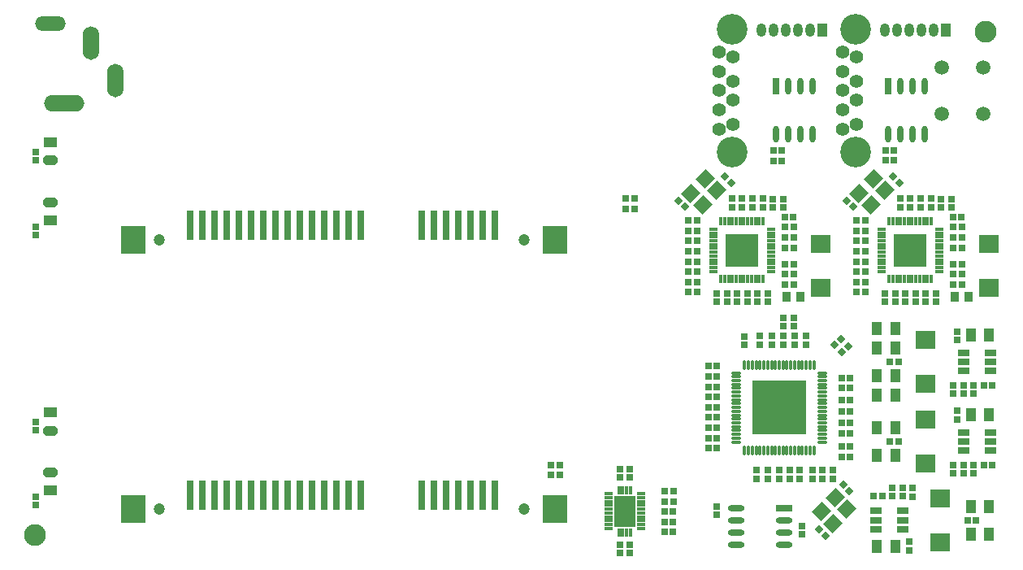
<source format=gbr>
%TF.GenerationSoftware,Altium Limited,Altium Designer,24.0.1 (36)*%
G04 Layer_Color=16711935*
%FSLAX45Y45*%
%MOMM*%
%TF.SameCoordinates,AAAF7447-B715-4BC7-9B32-5AEFA729C21C*%
%TF.FilePolarity,Negative*%
%TF.FileFunction,Soldermask,Bot*%
%TF.Part,Single*%
G01*
G75*
%TA.AperFunction,SMDPad,CuDef*%
%ADD81C,2.27000*%
%ADD84R,0.70320X0.70320*%
%ADD85R,1.09220X1.47320*%
%ADD86R,2.12321X1.92720*%
%ADD87R,0.70320X0.70320*%
%ADD88R,1.20320X0.65320*%
%ADD98R,0.70320X1.70320*%
%ADD99O,0.70320X1.70320*%
%TA.AperFunction,ComponentPad*%
%ADD100O,3.20319X1.50320*%
%ADD101O,1.70320X3.50319*%
%ADD102O,4.20319X1.70320*%
%ADD103C,3.20294*%
%ADD104C,1.40208*%
%ADD105C,1.50320*%
%ADD106C,1.20320*%
%TA.AperFunction,SMDPad,CuDef*%
G04:AMPARAMS|DCode=107|XSize=1.4732mm|YSize=1.0922mm|CornerRadius=0mm|HoleSize=0mm|Usage=FLASHONLY|Rotation=0.000|XOffset=0mm|YOffset=0mm|HoleType=Round|Shape=Octagon|*
%AMOCTAGOND107*
4,1,8,0.73660,-0.27305,0.73660,0.27305,0.46355,0.54610,-0.46355,0.54610,-0.73660,0.27305,-0.73660,-0.27305,-0.46355,-0.54610,0.46355,-0.54610,0.73660,-0.27305,0.0*
%
%ADD107OCTAGOND107*%

%ADD108R,1.47320X1.09220*%
%ADD109O,1.00320X1.40320*%
%ADD110R,1.00320X1.40320*%
%ADD111O,1.70320X0.70320*%
%ADD112R,1.70320X0.70320*%
%ADD113P,0.99447X4X270.0*%
%ADD114R,3.50320X3.50320*%
%ADD115O,0.90320X0.40320*%
%ADD116O,0.40320X0.90320*%
%ADD117O,1.00320X0.40320*%
%ADD118O,0.40320X1.00320*%
%ADD119R,5.70320X5.70320*%
G04:AMPARAMS|DCode=120|XSize=1.5032mm|YSize=1.4032mm|CornerRadius=0mm|HoleSize=0mm|Usage=FLASHONLY|Rotation=45.000|XOffset=0mm|YOffset=0mm|HoleType=Round|Shape=Rectangle|*
%AMROTATEDRECTD120*
4,1,4,-0.03535,-1.02757,-1.02757,-0.03535,0.03535,1.02757,1.02757,0.03535,-0.03535,-1.02757,0.0*
%
%ADD120ROTATEDRECTD120*%

%ADD121P,0.99447X4X180.0*%
%ADD122R,0.95320X1.05320*%
%ADD123R,0.40320X0.90322*%
%ADD124R,0.90320X0.40320*%
%ADD125R,2.20320X3.20319*%
%ADD126R,2.60320X3.00320*%
%ADD127R,0.80320X3.10320*%
D81*
X322580Y3390900D02*
D03*
X10228580Y8630920D02*
D03*
D84*
X6477718Y6789420D02*
D03*
X6567718D02*
D03*
X7125418Y6240780D02*
D03*
X7215418D02*
D03*
X8878018Y6134100D02*
D03*
Y6240780D02*
D03*
X8968018Y6347460D02*
D03*
X8878018D02*
D03*
X8968018Y6240780D02*
D03*
Y6134100D02*
D03*
Y5920740D02*
D03*
X8878018D02*
D03*
X8968018Y6027420D02*
D03*
X8878018D02*
D03*
X8878025Y6560820D02*
D03*
X8968025D02*
D03*
X8878025Y6454140D02*
D03*
X8968025D02*
D03*
X7215418Y6667500D02*
D03*
X7125418D02*
D03*
X7215418Y5920740D02*
D03*
X7125418D02*
D03*
X8133087Y6215380D02*
D03*
X8223087D02*
D03*
X7125418Y6347460D02*
D03*
X7215418D02*
D03*
X8223087Y6385560D02*
D03*
X8133087D02*
D03*
X8223087Y6108700D02*
D03*
X8133087D02*
D03*
X8223087Y6598920D02*
D03*
X8133087D02*
D03*
X8220262Y6705600D02*
D03*
X8135262D02*
D03*
X8223080Y6002020D02*
D03*
X8133080D02*
D03*
X7125418Y6027420D02*
D03*
X7215418D02*
D03*
X7424420Y4297680D02*
D03*
X7334420D02*
D03*
X6881578Y3850640D02*
D03*
X6971578D02*
D03*
X6881898Y3743960D02*
D03*
X6971898D02*
D03*
X6969080Y3423920D02*
D03*
X6884080D02*
D03*
X6969723Y3530600D02*
D03*
X6884723D02*
D03*
X6969080Y3637280D02*
D03*
X6884080D02*
D03*
X7334420Y4617720D02*
D03*
X7424420D02*
D03*
X10126065Y3548380D02*
D03*
X10036065D02*
D03*
X9148358Y3797300D02*
D03*
X9058358D02*
D03*
X9228735Y5196840D02*
D03*
X9318735D02*
D03*
X8013700Y7289800D02*
D03*
X8098700D02*
D03*
X9187180Y7399020D02*
D03*
X9272180D02*
D03*
X8098700D02*
D03*
X8013700D02*
D03*
X9187180Y7292340D02*
D03*
X9272180D02*
D03*
X9228735Y4368800D02*
D03*
X9318735D02*
D03*
X10206442Y4119880D02*
D03*
X10296442D02*
D03*
X10206442Y4947920D02*
D03*
X10296442D02*
D03*
X7215425Y6454140D02*
D03*
X7125425D02*
D03*
X7215425Y6560820D02*
D03*
X7125425D02*
D03*
X9975687Y6385560D02*
D03*
X9885687D02*
D03*
X8968018Y6667500D02*
D03*
X8878018D02*
D03*
X9972862Y6705600D02*
D03*
X9887862D02*
D03*
X9975687Y6598920D02*
D03*
X9885687D02*
D03*
X9975680Y6002020D02*
D03*
X9885680D02*
D03*
X9885687Y6215380D02*
D03*
X9975687D02*
D03*
X9885687Y6108700D02*
D03*
X9975687D02*
D03*
X7421880Y5151120D02*
D03*
X7336880D02*
D03*
X8814900Y4681982D02*
D03*
X8724900D02*
D03*
X8812718Y5029200D02*
D03*
X8727718D02*
D03*
X8814900Y4921758D02*
D03*
X8724900D02*
D03*
X7421880Y4724400D02*
D03*
X7336880D02*
D03*
X7424420Y4937760D02*
D03*
X7334420D02*
D03*
X8814900Y4455160D02*
D03*
X8724900D02*
D03*
X8814900Y4561840D02*
D03*
X8724900D02*
D03*
X7334420Y4831080D02*
D03*
X7424420D02*
D03*
X8724900Y4801870D02*
D03*
X8814900D02*
D03*
X7421880Y4511040D02*
D03*
X7336880D02*
D03*
Y4404360D02*
D03*
X7421880D02*
D03*
X8813120Y4312920D02*
D03*
X8728120D02*
D03*
X8813120Y4206240D02*
D03*
X8728120D02*
D03*
X7336880Y5044440D02*
D03*
X7421880D02*
D03*
X6567718Y6896100D02*
D03*
X6477718D02*
D03*
X9885687Y6492240D02*
D03*
X9975687D02*
D03*
X8133087D02*
D03*
X8223087D02*
D03*
X7215418Y6134100D02*
D03*
X7125418D02*
D03*
X5695402Y4018280D02*
D03*
X5785402D02*
D03*
X5695400Y4122420D02*
D03*
X5785400D02*
D03*
D85*
X9092188Y5544812D02*
D03*
X9282188D02*
D03*
X9093463Y4848823D02*
D03*
X9283463D02*
D03*
X10261100Y3403600D02*
D03*
X10071100D02*
D03*
X10261100Y3693160D02*
D03*
X10071100D02*
D03*
X9284712Y3271528D02*
D03*
X9094712D02*
D03*
X9093700Y5341620D02*
D03*
X9283700D02*
D03*
X9093700Y4224020D02*
D03*
X9283700D02*
D03*
X9093700Y4513580D02*
D03*
X9283700D02*
D03*
X10070088Y4645652D02*
D03*
X10260088D02*
D03*
X9093700Y5052060D02*
D03*
X9283700D02*
D03*
X10070088Y5473692D02*
D03*
X10260088D02*
D03*
D86*
X8506460Y6421120D02*
D03*
Y5965520D02*
D03*
X9753600Y3320580D02*
D03*
Y3776180D02*
D03*
X9601200Y4596600D02*
D03*
Y4141000D02*
D03*
Y5424640D02*
D03*
Y4969040D02*
D03*
X10259060Y6421120D02*
D03*
Y5965520D02*
D03*
D87*
X7421880Y3689940D02*
D03*
Y3604940D02*
D03*
X8308340Y3484200D02*
D03*
Y3399200D02*
D03*
X9174480Y5910580D02*
D03*
Y5820580D02*
D03*
X7795260Y6894660D02*
D03*
Y6804660D02*
D03*
X7741920Y5910580D02*
D03*
Y5820580D02*
D03*
X9547860Y6894660D02*
D03*
Y6804660D02*
D03*
X9441180D02*
D03*
Y6894660D02*
D03*
X9334500Y6804660D02*
D03*
Y6894660D02*
D03*
X9654540D02*
D03*
Y6804660D02*
D03*
X9761220Y6806835D02*
D03*
Y6891835D02*
D03*
X9867900Y6806835D02*
D03*
Y6891835D02*
D03*
X7688580Y6804660D02*
D03*
Y6894660D02*
D03*
X8008620Y6891835D02*
D03*
Y6806835D02*
D03*
X7901940Y6804660D02*
D03*
Y6894660D02*
D03*
X7581900Y6804660D02*
D03*
Y6894660D02*
D03*
X7848600Y5910587D02*
D03*
Y5820587D02*
D03*
X7953719Y5908405D02*
D03*
Y5823405D02*
D03*
X8115300Y6891835D02*
D03*
Y6806835D02*
D03*
X7528560Y5820580D02*
D03*
Y5910580D02*
D03*
X7635240Y5820580D02*
D03*
Y5910580D02*
D03*
X7421880Y5820580D02*
D03*
Y5910580D02*
D03*
X8114538Y5374640D02*
D03*
Y5464640D02*
D03*
X7994650D02*
D03*
Y5374640D02*
D03*
X7874762D02*
D03*
Y5464640D02*
D03*
X8354568Y5374636D02*
D03*
Y5464637D02*
D03*
X6413500Y3993556D02*
D03*
Y4078556D02*
D03*
X6410960Y3205555D02*
D03*
Y3295555D02*
D03*
X6517640Y3205555D02*
D03*
Y3295555D02*
D03*
X9253220Y3795763D02*
D03*
Y3880763D02*
D03*
X9359900Y3880440D02*
D03*
Y3795440D02*
D03*
X9466580Y3882938D02*
D03*
Y3792938D02*
D03*
X9425940Y3321598D02*
D03*
Y3231598D02*
D03*
X10101580Y4121417D02*
D03*
Y4036417D02*
D03*
X9888220Y4862282D02*
D03*
Y4952282D02*
D03*
X9994900Y4949780D02*
D03*
Y4864780D02*
D03*
X10101580Y4864457D02*
D03*
Y4949457D02*
D03*
X9928860Y5423622D02*
D03*
Y5513622D02*
D03*
Y4595582D02*
D03*
Y4685582D02*
D03*
X9888220Y4034242D02*
D03*
Y4124242D02*
D03*
X9994900Y4036740D02*
D03*
Y4121740D02*
D03*
X8227060Y5656580D02*
D03*
Y5566580D02*
D03*
X8120380Y5656580D02*
D03*
Y5566580D02*
D03*
X6520180Y3993556D02*
D03*
Y4078556D02*
D03*
X9387840Y5820580D02*
D03*
Y5910580D02*
D03*
X9281160D02*
D03*
Y5820580D02*
D03*
X9494520Y5910580D02*
D03*
Y5820580D02*
D03*
X9601200Y5910587D02*
D03*
Y5820587D02*
D03*
X9706319Y5908405D02*
D03*
Y5823405D02*
D03*
X7834630Y3979080D02*
D03*
Y4069080D02*
D03*
X7954772Y3979080D02*
D03*
Y4069080D02*
D03*
X7714742Y5377458D02*
D03*
Y5462458D02*
D03*
X8234680Y5464640D02*
D03*
Y5374640D02*
D03*
X8181340Y3981262D02*
D03*
Y4066262D02*
D03*
X8288020Y3979080D02*
D03*
Y4069080D02*
D03*
X8074660Y3979080D02*
D03*
Y4069080D02*
D03*
X8420100Y3981262D02*
D03*
Y4066262D02*
D03*
X8633460Y3981262D02*
D03*
Y4066262D02*
D03*
X8526780Y3981262D02*
D03*
Y4066262D02*
D03*
X331760Y6603270D02*
D03*
Y6518270D02*
D03*
Y7380510D02*
D03*
Y7295510D02*
D03*
Y3788950D02*
D03*
Y3703950D02*
D03*
Y4481190D02*
D03*
Y4566190D02*
D03*
D88*
X10276840Y4273800D02*
D03*
Y4368800D02*
D03*
Y4463800D02*
D03*
X9997440D02*
D03*
Y4368800D02*
D03*
Y4273800D02*
D03*
X9357360Y3643380D02*
D03*
Y3548380D02*
D03*
Y3453380D02*
D03*
X9077960D02*
D03*
Y3548380D02*
D03*
Y3643380D02*
D03*
X9997440Y5101840D02*
D03*
Y5196840D02*
D03*
Y5291840D02*
D03*
X10276840D02*
D03*
Y5196840D02*
D03*
Y5101840D02*
D03*
D98*
X8036560Y8065580D02*
D03*
X9210040D02*
D03*
D99*
X8417560Y7565580D02*
D03*
X8290560D02*
D03*
X8163560D02*
D03*
X8036560D02*
D03*
X8417560Y8065580D02*
D03*
X8290560D02*
D03*
X8163560D02*
D03*
X9591040Y7565580D02*
D03*
X9464040D02*
D03*
X9337040D02*
D03*
X9210040D02*
D03*
X9591040Y8065580D02*
D03*
X9464040D02*
D03*
X9337040D02*
D03*
D100*
X477390Y8721783D02*
D03*
D101*
X907412Y8511776D02*
D03*
X1157399Y8121759D02*
D03*
D102*
X627377Y7891762D02*
D03*
D103*
X7584440Y8661400D02*
D03*
Y7381240D02*
D03*
X8872922Y8661400D02*
D03*
Y7381240D02*
D03*
D104*
X7594346Y7671308D02*
D03*
Y7921244D02*
D03*
Y8121396D02*
D03*
Y8371332D02*
D03*
X7444486Y7621270D02*
D03*
Y7821422D02*
D03*
Y8021320D02*
D03*
Y8221218D02*
D03*
Y8421370D02*
D03*
X8882828Y7671308D02*
D03*
Y7921244D02*
D03*
Y8121396D02*
D03*
Y8371332D02*
D03*
X8732968Y7621270D02*
D03*
Y7821422D02*
D03*
Y8021320D02*
D03*
Y8221218D02*
D03*
Y8421370D02*
D03*
D105*
X10197198Y7781315D02*
D03*
X9767201D02*
D03*
Y8261325D02*
D03*
X10197198D02*
D03*
D106*
X1616116Y6469476D02*
D03*
X5416116D02*
D03*
X1616116Y3662126D02*
D03*
X5416116D02*
D03*
D107*
X484158Y6860072D02*
D03*
Y4045802D02*
D03*
X484174Y4478357D02*
D03*
Y7292627D02*
D03*
D108*
X484158Y6670072D02*
D03*
Y3855802D02*
D03*
X484174Y4668357D02*
D03*
Y7482627D02*
D03*
D109*
X7889240Y8653780D02*
D03*
X8143240D02*
D03*
X8270240D02*
D03*
X8397240D02*
D03*
X8016240D02*
D03*
X9171940Y8651240D02*
D03*
X9425940D02*
D03*
X9552940D02*
D03*
X9679940D02*
D03*
X9298940D02*
D03*
D110*
X8524240Y8653780D02*
D03*
X9806940Y8651240D02*
D03*
D111*
X8124000Y3416300D02*
D03*
Y3543300D02*
D03*
Y3289300D02*
D03*
X7624000Y3670300D02*
D03*
Y3543300D02*
D03*
Y3416300D02*
D03*
Y3289300D02*
D03*
D112*
X8124000Y3670300D02*
D03*
D113*
X8653780Y5372100D02*
D03*
X8717420Y5435740D02*
D03*
X8793620Y5359540D02*
D03*
X8729980Y5295900D02*
D03*
D114*
X9438640Y6357620D02*
D03*
X7686040D02*
D03*
D115*
X9738640Y6137620D02*
D03*
Y6177620D02*
D03*
Y6217620D02*
D03*
Y6257620D02*
D03*
Y6297620D02*
D03*
Y6337620D02*
D03*
Y6377620D02*
D03*
Y6417620D02*
D03*
Y6457620D02*
D03*
Y6497620D02*
D03*
Y6537620D02*
D03*
Y6577620D02*
D03*
X9138640D02*
D03*
Y6537620D02*
D03*
Y6497620D02*
D03*
Y6457620D02*
D03*
Y6417620D02*
D03*
Y6377620D02*
D03*
Y6337620D02*
D03*
Y6297620D02*
D03*
Y6257620D02*
D03*
Y6217620D02*
D03*
Y6177620D02*
D03*
Y6137620D02*
D03*
X7386040D02*
D03*
Y6177620D02*
D03*
Y6217620D02*
D03*
Y6257620D02*
D03*
Y6297620D02*
D03*
Y6337620D02*
D03*
Y6377620D02*
D03*
Y6417620D02*
D03*
Y6457620D02*
D03*
Y6497620D02*
D03*
Y6537620D02*
D03*
Y6577620D02*
D03*
X7986040D02*
D03*
Y6537620D02*
D03*
Y6497620D02*
D03*
Y6457620D02*
D03*
Y6417620D02*
D03*
Y6377620D02*
D03*
Y6337620D02*
D03*
Y6297620D02*
D03*
Y6257620D02*
D03*
Y6217620D02*
D03*
Y6177620D02*
D03*
Y6137620D02*
D03*
D116*
X9658640Y6657620D02*
D03*
X9618640D02*
D03*
X9578640D02*
D03*
X9538640D02*
D03*
X9498640D02*
D03*
X9458640D02*
D03*
X9418640D02*
D03*
X9378640D02*
D03*
X9338640D02*
D03*
X9298640D02*
D03*
X9258640D02*
D03*
X9218640D02*
D03*
Y6057620D02*
D03*
X9258640D02*
D03*
X9298640D02*
D03*
X9338640D02*
D03*
X9378640D02*
D03*
X9418640D02*
D03*
X9458640D02*
D03*
X9498640D02*
D03*
X9538640D02*
D03*
X9578640D02*
D03*
X9618640D02*
D03*
X9658640D02*
D03*
X7906040D02*
D03*
X7866040D02*
D03*
X7826040D02*
D03*
X7786040D02*
D03*
X7746040D02*
D03*
X7706040D02*
D03*
X7666040D02*
D03*
X7626040D02*
D03*
X7586040D02*
D03*
X7546040D02*
D03*
X7506040D02*
D03*
X7466040D02*
D03*
Y6657620D02*
D03*
X7506040D02*
D03*
X7546040D02*
D03*
X7586040D02*
D03*
X7626040D02*
D03*
X7666040D02*
D03*
X7706040D02*
D03*
X7746040D02*
D03*
X7786040D02*
D03*
X7826040D02*
D03*
X7866040D02*
D03*
X7906040D02*
D03*
D117*
X8519668Y5081778D02*
D03*
X8519668Y5041900D02*
D03*
X8519668Y5001768D02*
D03*
Y4881880D02*
D03*
Y4961890D02*
D03*
Y4921758D02*
D03*
Y4761738D02*
D03*
Y4841748D02*
D03*
Y4801870D02*
D03*
Y4641850D02*
D03*
Y4721860D02*
D03*
Y4681982D02*
D03*
Y4601972D02*
D03*
Y4561840D02*
D03*
Y4521962D02*
D03*
X8519668Y4401820D02*
D03*
X8519668Y4361942D02*
D03*
Y4481830D02*
D03*
Y4441952D02*
D03*
X7629652Y5081778D02*
D03*
X7629652Y5041900D02*
D03*
X7629652Y5001768D02*
D03*
Y4961890D02*
D03*
Y4841748D02*
D03*
Y4921758D02*
D03*
Y4881880D02*
D03*
Y4801870D02*
D03*
Y4761738D02*
D03*
Y4641850D02*
D03*
Y4721860D02*
D03*
Y4681982D02*
D03*
Y4601972D02*
D03*
Y4561840D02*
D03*
Y4441952D02*
D03*
Y4521962D02*
D03*
Y4481830D02*
D03*
X7629652Y4401820D02*
D03*
X7629652Y4361942D02*
D03*
D118*
X8394700Y5166868D02*
D03*
X8434578Y5166868D02*
D03*
X8314690D02*
D03*
X8354568D02*
D03*
X8154670D02*
D03*
X8194548D02*
D03*
X8074660D02*
D03*
X8114538D02*
D03*
X8274558D02*
D03*
X8234680D02*
D03*
X8434578Y4276852D02*
D03*
X8394700Y4276852D02*
D03*
X8314690Y4276852D02*
D03*
X8354568D02*
D03*
X8194548D02*
D03*
X8234680D02*
D03*
X8114538D02*
D03*
X8154670D02*
D03*
X8274558D02*
D03*
X7994650Y5166868D02*
D03*
X8034782D02*
D03*
X7914640D02*
D03*
X7954772D02*
D03*
X7794752D02*
D03*
X7834630D02*
D03*
X7754620Y5166868D02*
D03*
X7714742Y5166868D02*
D03*
X7874762D02*
D03*
X8034782Y4276852D02*
D03*
X8074660D02*
D03*
X7954772D02*
D03*
X7994650D02*
D03*
X7834630D02*
D03*
X7874762D02*
D03*
X7714742D02*
D03*
X7794752D02*
D03*
X7914640D02*
D03*
X7754620Y4276852D02*
D03*
D119*
X8074660Y4721860D02*
D03*
D120*
X8908050Y6950538D02*
D03*
X9056542Y7099030D02*
D03*
X9028258Y6830330D02*
D03*
X9176750Y6978822D02*
D03*
X7424150D02*
D03*
X7275658Y6830330D02*
D03*
X7303942Y7099030D02*
D03*
X7155450Y6950538D02*
D03*
X8780510Y3664122D02*
D03*
X8660302Y3784330D02*
D03*
X8632018Y3515630D02*
D03*
X8511810Y3635838D02*
D03*
D121*
X9325681Y7059859D02*
D03*
X9262041Y7123499D02*
D03*
X8778240Y6873240D02*
D03*
X8841880Y6809600D02*
D03*
X7509441Y7123499D02*
D03*
X7573081Y7059859D02*
D03*
X7025640Y6873240D02*
D03*
X7089280Y6809600D02*
D03*
X8489879Y3450661D02*
D03*
X8553519Y3387021D02*
D03*
X8803780Y3850500D02*
D03*
X8740140Y3914140D02*
D03*
D122*
X8153400Y5869940D02*
D03*
X8298400D02*
D03*
X9906000D02*
D03*
X10051000D02*
D03*
D123*
X6404280Y3422344D02*
D03*
X6444285D02*
D03*
X6484290D02*
D03*
X6524295D02*
D03*
X6404305Y3862374D02*
D03*
X6444310D02*
D03*
X6484315D02*
D03*
X6524320D02*
D03*
D124*
X6294298Y3462375D02*
D03*
Y3502380D02*
D03*
Y3542359D02*
D03*
Y3622369D02*
D03*
Y3582364D02*
D03*
X6634302Y3502354D02*
D03*
Y3462349D02*
D03*
Y3582339D02*
D03*
Y3542359D02*
D03*
Y3622344D02*
D03*
X6294298Y3662374D02*
D03*
Y3702379D02*
D03*
Y3782364D02*
D03*
Y3742359D02*
D03*
Y3822369D02*
D03*
X6634302Y3702354D02*
D03*
Y3742359D02*
D03*
Y3782339D02*
D03*
Y3662349D02*
D03*
Y3822344D02*
D03*
D125*
X6464300Y3642359D02*
D03*
D126*
X5735116Y6469476D02*
D03*
X1341116D02*
D03*
X5735116Y3662126D02*
D03*
X1341116D02*
D03*
D127*
X5114116Y6619476D02*
D03*
X4987116D02*
D03*
X4860116D02*
D03*
X4733116D02*
D03*
X4606116D02*
D03*
X4479116D02*
D03*
X4352116D02*
D03*
X3717116D02*
D03*
X3590116D02*
D03*
X3463116D02*
D03*
X3336116D02*
D03*
X3209116D02*
D03*
X3082116D02*
D03*
X2955116D02*
D03*
X2828116D02*
D03*
X2701116D02*
D03*
X2574116D02*
D03*
X2447116D02*
D03*
X2320116D02*
D03*
X2193116D02*
D03*
X2066116D02*
D03*
X1939116D02*
D03*
X5114116Y3812126D02*
D03*
X4987116D02*
D03*
X4860116D02*
D03*
X4733116D02*
D03*
X4606116D02*
D03*
X4479116D02*
D03*
X4352116D02*
D03*
X3717116D02*
D03*
X3590116D02*
D03*
X3463116D02*
D03*
X3336116D02*
D03*
X3209116D02*
D03*
X3082116D02*
D03*
X2955116D02*
D03*
X2828116D02*
D03*
X2701116D02*
D03*
X2574116D02*
D03*
X2447116D02*
D03*
X2320116D02*
D03*
X2193116D02*
D03*
X2066116D02*
D03*
X1939116D02*
D03*
%TF.MD5,7a7f7591c1f87946627d99ff9b2be5d7*%
M02*

</source>
